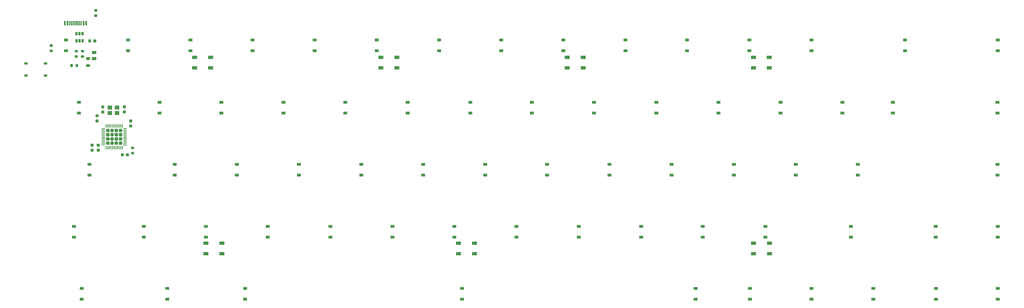
<source format=gbr>
G04 #@! TF.GenerationSoftware,KiCad,Pcbnew,(5.1.9-0-10_14)*
G04 #@! TF.CreationDate,2021-04-10T11:07:08+01:00*
G04 #@! TF.ProjectId,Draytronics-Elise-PCB V1,44726179-7472-46f6-9e69-63732d456c69,rev?*
G04 #@! TF.SameCoordinates,Original*
G04 #@! TF.FileFunction,Paste,Bot*
G04 #@! TF.FilePolarity,Positive*
%FSLAX46Y46*%
G04 Gerber Fmt 4.6, Leading zero omitted, Abs format (unit mm)*
G04 Created by KiCad (PCBNEW (5.1.9-0-10_14)) date 2021-04-10 11:07:08*
%MOMM*%
%LPD*%
G01*
G04 APERTURE LIST*
%ADD10R,1.000000X0.750000*%
%ADD11R,1.500000X1.000000*%
%ADD12R,0.600000X1.450000*%
%ADD13R,0.300000X1.450000*%
%ADD14R,1.400000X1.200000*%
%ADD15R,0.650000X1.060000*%
%ADD16R,1.200000X0.900000*%
G04 APERTURE END LIST*
G04 #@! TO.C,U1*
G36*
G01*
X55831800Y-65762001D02*
X55831800Y-65211999D01*
G75*
G02*
X56081799Y-64962000I249999J0D01*
G01*
X56631801Y-64962000D01*
G75*
G02*
X56881800Y-65211999I0J-249999D01*
G01*
X56881800Y-65762001D01*
G75*
G02*
X56631801Y-66012000I-249999J0D01*
G01*
X56081799Y-66012000D01*
G75*
G02*
X55831800Y-65762001I0J249999D01*
G01*
G37*
G36*
G01*
X55831800Y-67062001D02*
X55831800Y-66511999D01*
G75*
G02*
X56081799Y-66262000I249999J0D01*
G01*
X56631801Y-66262000D01*
G75*
G02*
X56881800Y-66511999I0J-249999D01*
G01*
X56881800Y-67062001D01*
G75*
G02*
X56631801Y-67312000I-249999J0D01*
G01*
X56081799Y-67312000D01*
G75*
G02*
X55831800Y-67062001I0J249999D01*
G01*
G37*
G36*
G01*
X55831800Y-68362001D02*
X55831800Y-67811999D01*
G75*
G02*
X56081799Y-67562000I249999J0D01*
G01*
X56631801Y-67562000D01*
G75*
G02*
X56881800Y-67811999I0J-249999D01*
G01*
X56881800Y-68362001D01*
G75*
G02*
X56631801Y-68612000I-249999J0D01*
G01*
X56081799Y-68612000D01*
G75*
G02*
X55831800Y-68362001I0J249999D01*
G01*
G37*
G36*
G01*
X55831800Y-69662001D02*
X55831800Y-69111999D01*
G75*
G02*
X56081799Y-68862000I249999J0D01*
G01*
X56631801Y-68862000D01*
G75*
G02*
X56881800Y-69111999I0J-249999D01*
G01*
X56881800Y-69662001D01*
G75*
G02*
X56631801Y-69912000I-249999J0D01*
G01*
X56081799Y-69912000D01*
G75*
G02*
X55831800Y-69662001I0J249999D01*
G01*
G37*
G36*
G01*
X54531800Y-65762001D02*
X54531800Y-65211999D01*
G75*
G02*
X54781799Y-64962000I249999J0D01*
G01*
X55331801Y-64962000D01*
G75*
G02*
X55581800Y-65211999I0J-249999D01*
G01*
X55581800Y-65762001D01*
G75*
G02*
X55331801Y-66012000I-249999J0D01*
G01*
X54781799Y-66012000D01*
G75*
G02*
X54531800Y-65762001I0J249999D01*
G01*
G37*
G36*
G01*
X54531800Y-67062001D02*
X54531800Y-66511999D01*
G75*
G02*
X54781799Y-66262000I249999J0D01*
G01*
X55331801Y-66262000D01*
G75*
G02*
X55581800Y-66511999I0J-249999D01*
G01*
X55581800Y-67062001D01*
G75*
G02*
X55331801Y-67312000I-249999J0D01*
G01*
X54781799Y-67312000D01*
G75*
G02*
X54531800Y-67062001I0J249999D01*
G01*
G37*
G36*
G01*
X54531800Y-68362001D02*
X54531800Y-67811999D01*
G75*
G02*
X54781799Y-67562000I249999J0D01*
G01*
X55331801Y-67562000D01*
G75*
G02*
X55581800Y-67811999I0J-249999D01*
G01*
X55581800Y-68362001D01*
G75*
G02*
X55331801Y-68612000I-249999J0D01*
G01*
X54781799Y-68612000D01*
G75*
G02*
X54531800Y-68362001I0J249999D01*
G01*
G37*
G36*
G01*
X54531800Y-69662001D02*
X54531800Y-69111999D01*
G75*
G02*
X54781799Y-68862000I249999J0D01*
G01*
X55331801Y-68862000D01*
G75*
G02*
X55581800Y-69111999I0J-249999D01*
G01*
X55581800Y-69662001D01*
G75*
G02*
X55331801Y-69912000I-249999J0D01*
G01*
X54781799Y-69912000D01*
G75*
G02*
X54531800Y-69662001I0J249999D01*
G01*
G37*
G36*
G01*
X53231800Y-65762001D02*
X53231800Y-65211999D01*
G75*
G02*
X53481799Y-64962000I249999J0D01*
G01*
X54031801Y-64962000D01*
G75*
G02*
X54281800Y-65211999I0J-249999D01*
G01*
X54281800Y-65762001D01*
G75*
G02*
X54031801Y-66012000I-249999J0D01*
G01*
X53481799Y-66012000D01*
G75*
G02*
X53231800Y-65762001I0J249999D01*
G01*
G37*
G36*
G01*
X53231800Y-67062001D02*
X53231800Y-66511999D01*
G75*
G02*
X53481799Y-66262000I249999J0D01*
G01*
X54031801Y-66262000D01*
G75*
G02*
X54281800Y-66511999I0J-249999D01*
G01*
X54281800Y-67062001D01*
G75*
G02*
X54031801Y-67312000I-249999J0D01*
G01*
X53481799Y-67312000D01*
G75*
G02*
X53231800Y-67062001I0J249999D01*
G01*
G37*
G36*
G01*
X53231800Y-68362001D02*
X53231800Y-67811999D01*
G75*
G02*
X53481799Y-67562000I249999J0D01*
G01*
X54031801Y-67562000D01*
G75*
G02*
X54281800Y-67811999I0J-249999D01*
G01*
X54281800Y-68362001D01*
G75*
G02*
X54031801Y-68612000I-249999J0D01*
G01*
X53481799Y-68612000D01*
G75*
G02*
X53231800Y-68362001I0J249999D01*
G01*
G37*
G36*
G01*
X53231800Y-69662001D02*
X53231800Y-69111999D01*
G75*
G02*
X53481799Y-68862000I249999J0D01*
G01*
X54031801Y-68862000D01*
G75*
G02*
X54281800Y-69111999I0J-249999D01*
G01*
X54281800Y-69662001D01*
G75*
G02*
X54031801Y-69912000I-249999J0D01*
G01*
X53481799Y-69912000D01*
G75*
G02*
X53231800Y-69662001I0J249999D01*
G01*
G37*
G36*
G01*
X51931800Y-65762001D02*
X51931800Y-65211999D01*
G75*
G02*
X52181799Y-64962000I249999J0D01*
G01*
X52731801Y-64962000D01*
G75*
G02*
X52981800Y-65211999I0J-249999D01*
G01*
X52981800Y-65762001D01*
G75*
G02*
X52731801Y-66012000I-249999J0D01*
G01*
X52181799Y-66012000D01*
G75*
G02*
X51931800Y-65762001I0J249999D01*
G01*
G37*
G36*
G01*
X51931800Y-67062001D02*
X51931800Y-66511999D01*
G75*
G02*
X52181799Y-66262000I249999J0D01*
G01*
X52731801Y-66262000D01*
G75*
G02*
X52981800Y-66511999I0J-249999D01*
G01*
X52981800Y-67062001D01*
G75*
G02*
X52731801Y-67312000I-249999J0D01*
G01*
X52181799Y-67312000D01*
G75*
G02*
X51931800Y-67062001I0J249999D01*
G01*
G37*
G36*
G01*
X51931800Y-68362001D02*
X51931800Y-67811999D01*
G75*
G02*
X52181799Y-67562000I249999J0D01*
G01*
X52731801Y-67562000D01*
G75*
G02*
X52981800Y-67811999I0J-249999D01*
G01*
X52981800Y-68362001D01*
G75*
G02*
X52731801Y-68612000I-249999J0D01*
G01*
X52181799Y-68612000D01*
G75*
G02*
X51931800Y-68362001I0J249999D01*
G01*
G37*
G36*
G01*
X51931800Y-69662001D02*
X51931800Y-69111999D01*
G75*
G02*
X52181799Y-68862000I249999J0D01*
G01*
X52731801Y-68862000D01*
G75*
G02*
X52981800Y-69111999I0J-249999D01*
G01*
X52981800Y-69662001D01*
G75*
G02*
X52731801Y-69912000I-249999J0D01*
G01*
X52181799Y-69912000D01*
G75*
G02*
X51931800Y-69662001I0J249999D01*
G01*
G37*
G36*
G01*
X51781800Y-71249500D02*
X51781800Y-70299500D01*
G75*
G02*
X51844300Y-70237000I62500J0D01*
G01*
X51969300Y-70237000D01*
G75*
G02*
X52031800Y-70299500I0J-62500D01*
G01*
X52031800Y-71249500D01*
G75*
G02*
X51969300Y-71312000I-62500J0D01*
G01*
X51844300Y-71312000D01*
G75*
G02*
X51781800Y-71249500I0J62500D01*
G01*
G37*
G36*
G01*
X52281800Y-71249500D02*
X52281800Y-70299500D01*
G75*
G02*
X52344300Y-70237000I62500J0D01*
G01*
X52469300Y-70237000D01*
G75*
G02*
X52531800Y-70299500I0J-62500D01*
G01*
X52531800Y-71249500D01*
G75*
G02*
X52469300Y-71312000I-62500J0D01*
G01*
X52344300Y-71312000D01*
G75*
G02*
X52281800Y-71249500I0J62500D01*
G01*
G37*
G36*
G01*
X52781800Y-71249500D02*
X52781800Y-70299500D01*
G75*
G02*
X52844300Y-70237000I62500J0D01*
G01*
X52969300Y-70237000D01*
G75*
G02*
X53031800Y-70299500I0J-62500D01*
G01*
X53031800Y-71249500D01*
G75*
G02*
X52969300Y-71312000I-62500J0D01*
G01*
X52844300Y-71312000D01*
G75*
G02*
X52781800Y-71249500I0J62500D01*
G01*
G37*
G36*
G01*
X53281800Y-71249500D02*
X53281800Y-70299500D01*
G75*
G02*
X53344300Y-70237000I62500J0D01*
G01*
X53469300Y-70237000D01*
G75*
G02*
X53531800Y-70299500I0J-62500D01*
G01*
X53531800Y-71249500D01*
G75*
G02*
X53469300Y-71312000I-62500J0D01*
G01*
X53344300Y-71312000D01*
G75*
G02*
X53281800Y-71249500I0J62500D01*
G01*
G37*
G36*
G01*
X53781800Y-71249500D02*
X53781800Y-70299500D01*
G75*
G02*
X53844300Y-70237000I62500J0D01*
G01*
X53969300Y-70237000D01*
G75*
G02*
X54031800Y-70299500I0J-62500D01*
G01*
X54031800Y-71249500D01*
G75*
G02*
X53969300Y-71312000I-62500J0D01*
G01*
X53844300Y-71312000D01*
G75*
G02*
X53781800Y-71249500I0J62500D01*
G01*
G37*
G36*
G01*
X54281800Y-71249500D02*
X54281800Y-70299500D01*
G75*
G02*
X54344300Y-70237000I62500J0D01*
G01*
X54469300Y-70237000D01*
G75*
G02*
X54531800Y-70299500I0J-62500D01*
G01*
X54531800Y-71249500D01*
G75*
G02*
X54469300Y-71312000I-62500J0D01*
G01*
X54344300Y-71312000D01*
G75*
G02*
X54281800Y-71249500I0J62500D01*
G01*
G37*
G36*
G01*
X54781800Y-71249500D02*
X54781800Y-70299500D01*
G75*
G02*
X54844300Y-70237000I62500J0D01*
G01*
X54969300Y-70237000D01*
G75*
G02*
X55031800Y-70299500I0J-62500D01*
G01*
X55031800Y-71249500D01*
G75*
G02*
X54969300Y-71312000I-62500J0D01*
G01*
X54844300Y-71312000D01*
G75*
G02*
X54781800Y-71249500I0J62500D01*
G01*
G37*
G36*
G01*
X55281800Y-71249500D02*
X55281800Y-70299500D01*
G75*
G02*
X55344300Y-70237000I62500J0D01*
G01*
X55469300Y-70237000D01*
G75*
G02*
X55531800Y-70299500I0J-62500D01*
G01*
X55531800Y-71249500D01*
G75*
G02*
X55469300Y-71312000I-62500J0D01*
G01*
X55344300Y-71312000D01*
G75*
G02*
X55281800Y-71249500I0J62500D01*
G01*
G37*
G36*
G01*
X55781800Y-71249500D02*
X55781800Y-70299500D01*
G75*
G02*
X55844300Y-70237000I62500J0D01*
G01*
X55969300Y-70237000D01*
G75*
G02*
X56031800Y-70299500I0J-62500D01*
G01*
X56031800Y-71249500D01*
G75*
G02*
X55969300Y-71312000I-62500J0D01*
G01*
X55844300Y-71312000D01*
G75*
G02*
X55781800Y-71249500I0J62500D01*
G01*
G37*
G36*
G01*
X56281800Y-71249500D02*
X56281800Y-70299500D01*
G75*
G02*
X56344300Y-70237000I62500J0D01*
G01*
X56469300Y-70237000D01*
G75*
G02*
X56531800Y-70299500I0J-62500D01*
G01*
X56531800Y-71249500D01*
G75*
G02*
X56469300Y-71312000I-62500J0D01*
G01*
X56344300Y-71312000D01*
G75*
G02*
X56281800Y-71249500I0J62500D01*
G01*
G37*
G36*
G01*
X56781800Y-71249500D02*
X56781800Y-70299500D01*
G75*
G02*
X56844300Y-70237000I62500J0D01*
G01*
X56969300Y-70237000D01*
G75*
G02*
X57031800Y-70299500I0J-62500D01*
G01*
X57031800Y-71249500D01*
G75*
G02*
X56969300Y-71312000I-62500J0D01*
G01*
X56844300Y-71312000D01*
G75*
G02*
X56781800Y-71249500I0J62500D01*
G01*
G37*
G36*
G01*
X57206800Y-69999500D02*
X57206800Y-69874500D01*
G75*
G02*
X57269300Y-69812000I62500J0D01*
G01*
X58219300Y-69812000D01*
G75*
G02*
X58281800Y-69874500I0J-62500D01*
G01*
X58281800Y-69999500D01*
G75*
G02*
X58219300Y-70062000I-62500J0D01*
G01*
X57269300Y-70062000D01*
G75*
G02*
X57206800Y-69999500I0J62500D01*
G01*
G37*
G36*
G01*
X57206800Y-69499500D02*
X57206800Y-69374500D01*
G75*
G02*
X57269300Y-69312000I62500J0D01*
G01*
X58219300Y-69312000D01*
G75*
G02*
X58281800Y-69374500I0J-62500D01*
G01*
X58281800Y-69499500D01*
G75*
G02*
X58219300Y-69562000I-62500J0D01*
G01*
X57269300Y-69562000D01*
G75*
G02*
X57206800Y-69499500I0J62500D01*
G01*
G37*
G36*
G01*
X57206800Y-68999500D02*
X57206800Y-68874500D01*
G75*
G02*
X57269300Y-68812000I62500J0D01*
G01*
X58219300Y-68812000D01*
G75*
G02*
X58281800Y-68874500I0J-62500D01*
G01*
X58281800Y-68999500D01*
G75*
G02*
X58219300Y-69062000I-62500J0D01*
G01*
X57269300Y-69062000D01*
G75*
G02*
X57206800Y-68999500I0J62500D01*
G01*
G37*
G36*
G01*
X57206800Y-68499500D02*
X57206800Y-68374500D01*
G75*
G02*
X57269300Y-68312000I62500J0D01*
G01*
X58219300Y-68312000D01*
G75*
G02*
X58281800Y-68374500I0J-62500D01*
G01*
X58281800Y-68499500D01*
G75*
G02*
X58219300Y-68562000I-62500J0D01*
G01*
X57269300Y-68562000D01*
G75*
G02*
X57206800Y-68499500I0J62500D01*
G01*
G37*
G36*
G01*
X57206800Y-67999500D02*
X57206800Y-67874500D01*
G75*
G02*
X57269300Y-67812000I62500J0D01*
G01*
X58219300Y-67812000D01*
G75*
G02*
X58281800Y-67874500I0J-62500D01*
G01*
X58281800Y-67999500D01*
G75*
G02*
X58219300Y-68062000I-62500J0D01*
G01*
X57269300Y-68062000D01*
G75*
G02*
X57206800Y-67999500I0J62500D01*
G01*
G37*
G36*
G01*
X57206800Y-67499500D02*
X57206800Y-67374500D01*
G75*
G02*
X57269300Y-67312000I62500J0D01*
G01*
X58219300Y-67312000D01*
G75*
G02*
X58281800Y-67374500I0J-62500D01*
G01*
X58281800Y-67499500D01*
G75*
G02*
X58219300Y-67562000I-62500J0D01*
G01*
X57269300Y-67562000D01*
G75*
G02*
X57206800Y-67499500I0J62500D01*
G01*
G37*
G36*
G01*
X57206800Y-66999500D02*
X57206800Y-66874500D01*
G75*
G02*
X57269300Y-66812000I62500J0D01*
G01*
X58219300Y-66812000D01*
G75*
G02*
X58281800Y-66874500I0J-62500D01*
G01*
X58281800Y-66999500D01*
G75*
G02*
X58219300Y-67062000I-62500J0D01*
G01*
X57269300Y-67062000D01*
G75*
G02*
X57206800Y-66999500I0J62500D01*
G01*
G37*
G36*
G01*
X57206800Y-66499500D02*
X57206800Y-66374500D01*
G75*
G02*
X57269300Y-66312000I62500J0D01*
G01*
X58219300Y-66312000D01*
G75*
G02*
X58281800Y-66374500I0J-62500D01*
G01*
X58281800Y-66499500D01*
G75*
G02*
X58219300Y-66562000I-62500J0D01*
G01*
X57269300Y-66562000D01*
G75*
G02*
X57206800Y-66499500I0J62500D01*
G01*
G37*
G36*
G01*
X57206800Y-65999500D02*
X57206800Y-65874500D01*
G75*
G02*
X57269300Y-65812000I62500J0D01*
G01*
X58219300Y-65812000D01*
G75*
G02*
X58281800Y-65874500I0J-62500D01*
G01*
X58281800Y-65999500D01*
G75*
G02*
X58219300Y-66062000I-62500J0D01*
G01*
X57269300Y-66062000D01*
G75*
G02*
X57206800Y-65999500I0J62500D01*
G01*
G37*
G36*
G01*
X57206800Y-65499500D02*
X57206800Y-65374500D01*
G75*
G02*
X57269300Y-65312000I62500J0D01*
G01*
X58219300Y-65312000D01*
G75*
G02*
X58281800Y-65374500I0J-62500D01*
G01*
X58281800Y-65499500D01*
G75*
G02*
X58219300Y-65562000I-62500J0D01*
G01*
X57269300Y-65562000D01*
G75*
G02*
X57206800Y-65499500I0J62500D01*
G01*
G37*
G36*
G01*
X57206800Y-64999500D02*
X57206800Y-64874500D01*
G75*
G02*
X57269300Y-64812000I62500J0D01*
G01*
X58219300Y-64812000D01*
G75*
G02*
X58281800Y-64874500I0J-62500D01*
G01*
X58281800Y-64999500D01*
G75*
G02*
X58219300Y-65062000I-62500J0D01*
G01*
X57269300Y-65062000D01*
G75*
G02*
X57206800Y-64999500I0J62500D01*
G01*
G37*
G36*
G01*
X56781800Y-64574500D02*
X56781800Y-63624500D01*
G75*
G02*
X56844300Y-63562000I62500J0D01*
G01*
X56969300Y-63562000D01*
G75*
G02*
X57031800Y-63624500I0J-62500D01*
G01*
X57031800Y-64574500D01*
G75*
G02*
X56969300Y-64637000I-62500J0D01*
G01*
X56844300Y-64637000D01*
G75*
G02*
X56781800Y-64574500I0J62500D01*
G01*
G37*
G36*
G01*
X56281800Y-64574500D02*
X56281800Y-63624500D01*
G75*
G02*
X56344300Y-63562000I62500J0D01*
G01*
X56469300Y-63562000D01*
G75*
G02*
X56531800Y-63624500I0J-62500D01*
G01*
X56531800Y-64574500D01*
G75*
G02*
X56469300Y-64637000I-62500J0D01*
G01*
X56344300Y-64637000D01*
G75*
G02*
X56281800Y-64574500I0J62500D01*
G01*
G37*
G36*
G01*
X55781800Y-64574500D02*
X55781800Y-63624500D01*
G75*
G02*
X55844300Y-63562000I62500J0D01*
G01*
X55969300Y-63562000D01*
G75*
G02*
X56031800Y-63624500I0J-62500D01*
G01*
X56031800Y-64574500D01*
G75*
G02*
X55969300Y-64637000I-62500J0D01*
G01*
X55844300Y-64637000D01*
G75*
G02*
X55781800Y-64574500I0J62500D01*
G01*
G37*
G36*
G01*
X55281800Y-64574500D02*
X55281800Y-63624500D01*
G75*
G02*
X55344300Y-63562000I62500J0D01*
G01*
X55469300Y-63562000D01*
G75*
G02*
X55531800Y-63624500I0J-62500D01*
G01*
X55531800Y-64574500D01*
G75*
G02*
X55469300Y-64637000I-62500J0D01*
G01*
X55344300Y-64637000D01*
G75*
G02*
X55281800Y-64574500I0J62500D01*
G01*
G37*
G36*
G01*
X54781800Y-64574500D02*
X54781800Y-63624500D01*
G75*
G02*
X54844300Y-63562000I62500J0D01*
G01*
X54969300Y-63562000D01*
G75*
G02*
X55031800Y-63624500I0J-62500D01*
G01*
X55031800Y-64574500D01*
G75*
G02*
X54969300Y-64637000I-62500J0D01*
G01*
X54844300Y-64637000D01*
G75*
G02*
X54781800Y-64574500I0J62500D01*
G01*
G37*
G36*
G01*
X54281800Y-64574500D02*
X54281800Y-63624500D01*
G75*
G02*
X54344300Y-63562000I62500J0D01*
G01*
X54469300Y-63562000D01*
G75*
G02*
X54531800Y-63624500I0J-62500D01*
G01*
X54531800Y-64574500D01*
G75*
G02*
X54469300Y-64637000I-62500J0D01*
G01*
X54344300Y-64637000D01*
G75*
G02*
X54281800Y-64574500I0J62500D01*
G01*
G37*
G36*
G01*
X53781800Y-64574500D02*
X53781800Y-63624500D01*
G75*
G02*
X53844300Y-63562000I62500J0D01*
G01*
X53969300Y-63562000D01*
G75*
G02*
X54031800Y-63624500I0J-62500D01*
G01*
X54031800Y-64574500D01*
G75*
G02*
X53969300Y-64637000I-62500J0D01*
G01*
X53844300Y-64637000D01*
G75*
G02*
X53781800Y-64574500I0J62500D01*
G01*
G37*
G36*
G01*
X53281800Y-64574500D02*
X53281800Y-63624500D01*
G75*
G02*
X53344300Y-63562000I62500J0D01*
G01*
X53469300Y-63562000D01*
G75*
G02*
X53531800Y-63624500I0J-62500D01*
G01*
X53531800Y-64574500D01*
G75*
G02*
X53469300Y-64637000I-62500J0D01*
G01*
X53344300Y-64637000D01*
G75*
G02*
X53281800Y-64574500I0J62500D01*
G01*
G37*
G36*
G01*
X52781800Y-64574500D02*
X52781800Y-63624500D01*
G75*
G02*
X52844300Y-63562000I62500J0D01*
G01*
X52969300Y-63562000D01*
G75*
G02*
X53031800Y-63624500I0J-62500D01*
G01*
X53031800Y-64574500D01*
G75*
G02*
X52969300Y-64637000I-62500J0D01*
G01*
X52844300Y-64637000D01*
G75*
G02*
X52781800Y-64574500I0J62500D01*
G01*
G37*
G36*
G01*
X52281800Y-64574500D02*
X52281800Y-63624500D01*
G75*
G02*
X52344300Y-63562000I62500J0D01*
G01*
X52469300Y-63562000D01*
G75*
G02*
X52531800Y-63624500I0J-62500D01*
G01*
X52531800Y-64574500D01*
G75*
G02*
X52469300Y-64637000I-62500J0D01*
G01*
X52344300Y-64637000D01*
G75*
G02*
X52281800Y-64574500I0J62500D01*
G01*
G37*
G36*
G01*
X51781800Y-64574500D02*
X51781800Y-63624500D01*
G75*
G02*
X51844300Y-63562000I62500J0D01*
G01*
X51969300Y-63562000D01*
G75*
G02*
X52031800Y-63624500I0J-62500D01*
G01*
X52031800Y-64574500D01*
G75*
G02*
X51969300Y-64637000I-62500J0D01*
G01*
X51844300Y-64637000D01*
G75*
G02*
X51781800Y-64574500I0J62500D01*
G01*
G37*
G36*
G01*
X50531800Y-64999500D02*
X50531800Y-64874500D01*
G75*
G02*
X50594300Y-64812000I62500J0D01*
G01*
X51544300Y-64812000D01*
G75*
G02*
X51606800Y-64874500I0J-62500D01*
G01*
X51606800Y-64999500D01*
G75*
G02*
X51544300Y-65062000I-62500J0D01*
G01*
X50594300Y-65062000D01*
G75*
G02*
X50531800Y-64999500I0J62500D01*
G01*
G37*
G36*
G01*
X50531800Y-65499500D02*
X50531800Y-65374500D01*
G75*
G02*
X50594300Y-65312000I62500J0D01*
G01*
X51544300Y-65312000D01*
G75*
G02*
X51606800Y-65374500I0J-62500D01*
G01*
X51606800Y-65499500D01*
G75*
G02*
X51544300Y-65562000I-62500J0D01*
G01*
X50594300Y-65562000D01*
G75*
G02*
X50531800Y-65499500I0J62500D01*
G01*
G37*
G36*
G01*
X50531800Y-65999500D02*
X50531800Y-65874500D01*
G75*
G02*
X50594300Y-65812000I62500J0D01*
G01*
X51544300Y-65812000D01*
G75*
G02*
X51606800Y-65874500I0J-62500D01*
G01*
X51606800Y-65999500D01*
G75*
G02*
X51544300Y-66062000I-62500J0D01*
G01*
X50594300Y-66062000D01*
G75*
G02*
X50531800Y-65999500I0J62500D01*
G01*
G37*
G36*
G01*
X50531800Y-66499500D02*
X50531800Y-66374500D01*
G75*
G02*
X50594300Y-66312000I62500J0D01*
G01*
X51544300Y-66312000D01*
G75*
G02*
X51606800Y-66374500I0J-62500D01*
G01*
X51606800Y-66499500D01*
G75*
G02*
X51544300Y-66562000I-62500J0D01*
G01*
X50594300Y-66562000D01*
G75*
G02*
X50531800Y-66499500I0J62500D01*
G01*
G37*
G36*
G01*
X50531800Y-66999500D02*
X50531800Y-66874500D01*
G75*
G02*
X50594300Y-66812000I62500J0D01*
G01*
X51544300Y-66812000D01*
G75*
G02*
X51606800Y-66874500I0J-62500D01*
G01*
X51606800Y-66999500D01*
G75*
G02*
X51544300Y-67062000I-62500J0D01*
G01*
X50594300Y-67062000D01*
G75*
G02*
X50531800Y-66999500I0J62500D01*
G01*
G37*
G36*
G01*
X50531800Y-67499500D02*
X50531800Y-67374500D01*
G75*
G02*
X50594300Y-67312000I62500J0D01*
G01*
X51544300Y-67312000D01*
G75*
G02*
X51606800Y-67374500I0J-62500D01*
G01*
X51606800Y-67499500D01*
G75*
G02*
X51544300Y-67562000I-62500J0D01*
G01*
X50594300Y-67562000D01*
G75*
G02*
X50531800Y-67499500I0J62500D01*
G01*
G37*
G36*
G01*
X50531800Y-67999500D02*
X50531800Y-67874500D01*
G75*
G02*
X50594300Y-67812000I62500J0D01*
G01*
X51544300Y-67812000D01*
G75*
G02*
X51606800Y-67874500I0J-62500D01*
G01*
X51606800Y-67999500D01*
G75*
G02*
X51544300Y-68062000I-62500J0D01*
G01*
X50594300Y-68062000D01*
G75*
G02*
X50531800Y-67999500I0J62500D01*
G01*
G37*
G36*
G01*
X50531800Y-68499500D02*
X50531800Y-68374500D01*
G75*
G02*
X50594300Y-68312000I62500J0D01*
G01*
X51544300Y-68312000D01*
G75*
G02*
X51606800Y-68374500I0J-62500D01*
G01*
X51606800Y-68499500D01*
G75*
G02*
X51544300Y-68562000I-62500J0D01*
G01*
X50594300Y-68562000D01*
G75*
G02*
X50531800Y-68499500I0J62500D01*
G01*
G37*
G36*
G01*
X50531800Y-68999500D02*
X50531800Y-68874500D01*
G75*
G02*
X50594300Y-68812000I62500J0D01*
G01*
X51544300Y-68812000D01*
G75*
G02*
X51606800Y-68874500I0J-62500D01*
G01*
X51606800Y-68999500D01*
G75*
G02*
X51544300Y-69062000I-62500J0D01*
G01*
X50594300Y-69062000D01*
G75*
G02*
X50531800Y-68999500I0J62500D01*
G01*
G37*
G36*
G01*
X50531800Y-69499500D02*
X50531800Y-69374500D01*
G75*
G02*
X50594300Y-69312000I62500J0D01*
G01*
X51544300Y-69312000D01*
G75*
G02*
X51606800Y-69374500I0J-62500D01*
G01*
X51606800Y-69499500D01*
G75*
G02*
X51544300Y-69562000I-62500J0D01*
G01*
X50594300Y-69562000D01*
G75*
G02*
X50531800Y-69499500I0J62500D01*
G01*
G37*
G36*
G01*
X50531800Y-69999500D02*
X50531800Y-69874500D01*
G75*
G02*
X50594300Y-69812000I62500J0D01*
G01*
X51544300Y-69812000D01*
G75*
G02*
X51606800Y-69874500I0J-62500D01*
G01*
X51606800Y-69999500D01*
G75*
G02*
X51544300Y-70062000I-62500J0D01*
G01*
X50594300Y-70062000D01*
G75*
G02*
X50531800Y-69999500I0J62500D01*
G01*
G37*
G04 #@! TD*
D10*
G04 #@! TO.C,SW1*
X33363160Y-48677040D03*
X27363160Y-48677040D03*
X27363160Y-44927040D03*
X33363160Y-44927040D03*
G04 #@! TD*
G04 #@! TO.C,R6*
G36*
G01*
X41713600Y-45292600D02*
X41713600Y-45842600D01*
G75*
G02*
X41513600Y-46042600I-200000J0D01*
G01*
X41113600Y-46042600D01*
G75*
G02*
X40913600Y-45842600I0J200000D01*
G01*
X40913600Y-45292600D01*
G75*
G02*
X41113600Y-45092600I200000J0D01*
G01*
X41513600Y-45092600D01*
G75*
G02*
X41713600Y-45292600I0J-200000D01*
G01*
G37*
G36*
G01*
X43363600Y-45292600D02*
X43363600Y-45842600D01*
G75*
G02*
X43163600Y-46042600I-200000J0D01*
G01*
X42763600Y-46042600D01*
G75*
G02*
X42563600Y-45842600I0J200000D01*
G01*
X42563600Y-45292600D01*
G75*
G02*
X42763600Y-45092600I200000J0D01*
G01*
X43163600Y-45092600D01*
G75*
G02*
X43363600Y-45292600I0J-200000D01*
G01*
G37*
G04 #@! TD*
D11*
G04 #@! TO.C,D76*
X82513000Y-103347320D03*
X82513000Y-100147320D03*
X87413000Y-103347320D03*
X87413000Y-100147320D03*
G04 #@! TD*
G04 #@! TO.C,D75*
X160049040Y-103347320D03*
X160049040Y-100147320D03*
X164949040Y-103347320D03*
X164949040Y-100147320D03*
G04 #@! TD*
G04 #@! TO.C,D74*
X250518760Y-103347320D03*
X250518760Y-100147320D03*
X255418760Y-103347320D03*
X255418760Y-100147320D03*
G04 #@! TD*
G04 #@! TO.C,D73*
X250483200Y-46283680D03*
X250483200Y-43083680D03*
X255383200Y-46283680D03*
X255383200Y-43083680D03*
G04 #@! TD*
G04 #@! TO.C,D72*
X193345900Y-46283680D03*
X193345900Y-43083680D03*
X198245900Y-46283680D03*
X198245900Y-43083680D03*
G04 #@! TD*
G04 #@! TO.C,D71*
X136195900Y-46283680D03*
X136195900Y-43083680D03*
X141095900Y-46283680D03*
X141095900Y-43083680D03*
G04 #@! TD*
G04 #@! TO.C,D70*
X79063680Y-46283680D03*
X79063680Y-43083680D03*
X83963680Y-46283680D03*
X83963680Y-43083680D03*
G04 #@! TD*
D12*
G04 #@! TO.C,USB1*
X45769800Y-32545600D03*
X39319800Y-32545600D03*
X44994800Y-32545600D03*
X40094800Y-32545600D03*
D13*
X40794800Y-32545600D03*
X44294800Y-32545600D03*
X41294800Y-32545600D03*
X43794800Y-32545600D03*
X41794800Y-32545600D03*
X43294800Y-32545600D03*
X42794800Y-32545600D03*
X42294800Y-32545600D03*
G04 #@! TD*
D14*
G04 #@! TO.C,Y1*
X55301060Y-58425980D03*
X53101060Y-58425980D03*
X53101060Y-60125980D03*
X55301060Y-60125980D03*
G04 #@! TD*
D15*
G04 #@! TO.C,U2*
X43743880Y-37980800D03*
X42793880Y-37980800D03*
X44693880Y-37980800D03*
X44693880Y-35780800D03*
X43743880Y-35780800D03*
X42793880Y-35780800D03*
G04 #@! TD*
G04 #@! TO.C,R5*
G36*
G01*
X48480300Y-29858520D02*
X49030300Y-29858520D01*
G75*
G02*
X49230300Y-30058520I0J-200000D01*
G01*
X49230300Y-30458520D01*
G75*
G02*
X49030300Y-30658520I-200000J0D01*
G01*
X48480300Y-30658520D01*
G75*
G02*
X48280300Y-30458520I0J200000D01*
G01*
X48280300Y-30058520D01*
G75*
G02*
X48480300Y-29858520I200000J0D01*
G01*
G37*
G36*
G01*
X48480300Y-28208520D02*
X49030300Y-28208520D01*
G75*
G02*
X49230300Y-28408520I0J-200000D01*
G01*
X49230300Y-28808520D01*
G75*
G02*
X49030300Y-29008520I-200000J0D01*
G01*
X48480300Y-29008520D01*
G75*
G02*
X48280300Y-28808520I0J200000D01*
G01*
X48280300Y-28408520D01*
G75*
G02*
X48480300Y-28208520I200000J0D01*
G01*
G37*
G04 #@! TD*
G04 #@! TO.C,R4*
G36*
G01*
X34817640Y-40640820D02*
X35367640Y-40640820D01*
G75*
G02*
X35567640Y-40840820I0J-200000D01*
G01*
X35567640Y-41240820D01*
G75*
G02*
X35367640Y-41440820I-200000J0D01*
G01*
X34817640Y-41440820D01*
G75*
G02*
X34617640Y-41240820I0J200000D01*
G01*
X34617640Y-40840820D01*
G75*
G02*
X34817640Y-40640820I200000J0D01*
G01*
G37*
G36*
G01*
X34817640Y-38990820D02*
X35367640Y-38990820D01*
G75*
G02*
X35567640Y-39190820I0J-200000D01*
G01*
X35567640Y-39590820D01*
G75*
G02*
X35367640Y-39790820I-200000J0D01*
G01*
X34817640Y-39790820D01*
G75*
G02*
X34617640Y-39590820I0J200000D01*
G01*
X34617640Y-39190820D01*
G75*
G02*
X34817640Y-38990820I200000J0D01*
G01*
G37*
G04 #@! TD*
G04 #@! TO.C,R3*
G36*
G01*
X44971380Y-41556120D02*
X44421380Y-41556120D01*
G75*
G02*
X44221380Y-41356120I0J200000D01*
G01*
X44221380Y-40956120D01*
G75*
G02*
X44421380Y-40756120I200000J0D01*
G01*
X44971380Y-40756120D01*
G75*
G02*
X45171380Y-40956120I0J-200000D01*
G01*
X45171380Y-41356120D01*
G75*
G02*
X44971380Y-41556120I-200000J0D01*
G01*
G37*
G36*
G01*
X44971380Y-43206120D02*
X44421380Y-43206120D01*
G75*
G02*
X44221380Y-43006120I0J200000D01*
G01*
X44221380Y-42606120D01*
G75*
G02*
X44421380Y-42406120I200000J0D01*
G01*
X44971380Y-42406120D01*
G75*
G02*
X45171380Y-42606120I0J-200000D01*
G01*
X45171380Y-43006120D01*
G75*
G02*
X44971380Y-43206120I-200000J0D01*
G01*
G37*
G04 #@! TD*
G04 #@! TO.C,R2*
G36*
G01*
X43071460Y-41551040D02*
X42521460Y-41551040D01*
G75*
G02*
X42321460Y-41351040I0J200000D01*
G01*
X42321460Y-40951040D01*
G75*
G02*
X42521460Y-40751040I200000J0D01*
G01*
X43071460Y-40751040D01*
G75*
G02*
X43271460Y-40951040I0J-200000D01*
G01*
X43271460Y-41351040D01*
G75*
G02*
X43071460Y-41551040I-200000J0D01*
G01*
G37*
G36*
G01*
X43071460Y-43201040D02*
X42521460Y-43201040D01*
G75*
G02*
X42321460Y-43001040I0J200000D01*
G01*
X42321460Y-42601040D01*
G75*
G02*
X42521460Y-42401040I200000J0D01*
G01*
X43071460Y-42401040D01*
G75*
G02*
X43271460Y-42601040I0J-200000D01*
G01*
X43271460Y-43001040D01*
G75*
G02*
X43071460Y-43201040I-200000J0D01*
G01*
G37*
G04 #@! TD*
G04 #@! TO.C,R1*
G36*
G01*
X60358700Y-71241100D02*
X59808700Y-71241100D01*
G75*
G02*
X59608700Y-71041100I0J200000D01*
G01*
X59608700Y-70641100D01*
G75*
G02*
X59808700Y-70441100I200000J0D01*
G01*
X60358700Y-70441100D01*
G75*
G02*
X60558700Y-70641100I0J-200000D01*
G01*
X60558700Y-71041100D01*
G75*
G02*
X60358700Y-71241100I-200000J0D01*
G01*
G37*
G36*
G01*
X60358700Y-72891100D02*
X59808700Y-72891100D01*
G75*
G02*
X59608700Y-72691100I0J200000D01*
G01*
X59608700Y-72291100D01*
G75*
G02*
X59808700Y-72091100I200000J0D01*
G01*
X60358700Y-72091100D01*
G75*
G02*
X60558700Y-72291100I0J-200000D01*
G01*
X60558700Y-72691100D01*
G75*
G02*
X60358700Y-72891100I-200000J0D01*
G01*
G37*
G04 #@! TD*
G04 #@! TO.C,FB1*
G36*
G01*
X45999150Y-45125800D02*
X46761650Y-45125800D01*
G75*
G02*
X46980400Y-45344550I0J-218750D01*
G01*
X46980400Y-45782050D01*
G75*
G02*
X46761650Y-46000800I-218750J0D01*
G01*
X45999150Y-46000800D01*
G75*
G02*
X45780400Y-45782050I0J218750D01*
G01*
X45780400Y-45344550D01*
G75*
G02*
X45999150Y-45125800I218750J0D01*
G01*
G37*
G36*
G01*
X45999150Y-43000800D02*
X46761650Y-43000800D01*
G75*
G02*
X46980400Y-43219550I0J-218750D01*
G01*
X46980400Y-43657050D01*
G75*
G02*
X46761650Y-43875800I-218750J0D01*
G01*
X45999150Y-43875800D01*
G75*
G02*
X45780400Y-43657050I0J218750D01*
G01*
X45780400Y-43219550D01*
G75*
G02*
X45999150Y-43000800I218750J0D01*
G01*
G37*
G04 #@! TD*
G04 #@! TO.C,F1*
G36*
G01*
X47778350Y-42944200D02*
X48690850Y-42944200D01*
G75*
G02*
X48934600Y-43187950I0J-243750D01*
G01*
X48934600Y-43675450D01*
G75*
G02*
X48690850Y-43919200I-243750J0D01*
G01*
X47778350Y-43919200D01*
G75*
G02*
X47534600Y-43675450I0J243750D01*
G01*
X47534600Y-43187950D01*
G75*
G02*
X47778350Y-42944200I243750J0D01*
G01*
G37*
G36*
G01*
X47778350Y-41069200D02*
X48690850Y-41069200D01*
G75*
G02*
X48934600Y-41312950I0J-243750D01*
G01*
X48934600Y-41800450D01*
G75*
G02*
X48690850Y-42044200I-243750J0D01*
G01*
X47778350Y-42044200D01*
G75*
G02*
X47534600Y-41800450I0J243750D01*
G01*
X47534600Y-41312950D01*
G75*
G02*
X47778350Y-41069200I243750J0D01*
G01*
G37*
G04 #@! TD*
G04 #@! TO.C,C8*
G36*
G01*
X47998260Y-38243320D02*
X47998260Y-37743320D01*
G75*
G02*
X48223260Y-37518320I225000J0D01*
G01*
X48673260Y-37518320D01*
G75*
G02*
X48898260Y-37743320I0J-225000D01*
G01*
X48898260Y-38243320D01*
G75*
G02*
X48673260Y-38468320I-225000J0D01*
G01*
X48223260Y-38468320D01*
G75*
G02*
X47998260Y-38243320I0J225000D01*
G01*
G37*
G36*
G01*
X46448260Y-38243320D02*
X46448260Y-37743320D01*
G75*
G02*
X46673260Y-37518320I225000J0D01*
G01*
X47123260Y-37518320D01*
G75*
G02*
X47348260Y-37743320I0J-225000D01*
G01*
X47348260Y-38243320D01*
G75*
G02*
X47123260Y-38468320I-225000J0D01*
G01*
X46673260Y-38468320D01*
G75*
G02*
X46448260Y-38243320I0J225000D01*
G01*
G37*
G04 #@! TD*
G04 #@! TO.C,C7*
G36*
G01*
X47400400Y-71114800D02*
X47900400Y-71114800D01*
G75*
G02*
X48125400Y-71339800I0J-225000D01*
G01*
X48125400Y-71789800D01*
G75*
G02*
X47900400Y-72014800I-225000J0D01*
G01*
X47400400Y-72014800D01*
G75*
G02*
X47175400Y-71789800I0J225000D01*
G01*
X47175400Y-71339800D01*
G75*
G02*
X47400400Y-71114800I225000J0D01*
G01*
G37*
G36*
G01*
X47400400Y-69564800D02*
X47900400Y-69564800D01*
G75*
G02*
X48125400Y-69789800I0J-225000D01*
G01*
X48125400Y-70239800D01*
G75*
G02*
X47900400Y-70464800I-225000J0D01*
G01*
X47400400Y-70464800D01*
G75*
G02*
X47175400Y-70239800I0J225000D01*
G01*
X47175400Y-69789800D01*
G75*
G02*
X47400400Y-69564800I225000J0D01*
G01*
G37*
G04 #@! TD*
G04 #@! TO.C,C6*
G36*
G01*
X57291160Y-59372380D02*
X57791160Y-59372380D01*
G75*
G02*
X58016160Y-59597380I0J-225000D01*
G01*
X58016160Y-60047380D01*
G75*
G02*
X57791160Y-60272380I-225000J0D01*
G01*
X57291160Y-60272380D01*
G75*
G02*
X57066160Y-60047380I0J225000D01*
G01*
X57066160Y-59597380D01*
G75*
G02*
X57291160Y-59372380I225000J0D01*
G01*
G37*
G36*
G01*
X57291160Y-57822380D02*
X57791160Y-57822380D01*
G75*
G02*
X58016160Y-58047380I0J-225000D01*
G01*
X58016160Y-58497380D01*
G75*
G02*
X57791160Y-58722380I-225000J0D01*
G01*
X57291160Y-58722380D01*
G75*
G02*
X57066160Y-58497380I0J225000D01*
G01*
X57066160Y-58047380D01*
G75*
G02*
X57291160Y-57822380I225000J0D01*
G01*
G37*
G04 #@! TD*
G04 #@! TO.C,C5*
G36*
G01*
X51143980Y-58737620D02*
X50643980Y-58737620D01*
G75*
G02*
X50418980Y-58512620I0J225000D01*
G01*
X50418980Y-58062620D01*
G75*
G02*
X50643980Y-57837620I225000J0D01*
G01*
X51143980Y-57837620D01*
G75*
G02*
X51368980Y-58062620I0J-225000D01*
G01*
X51368980Y-58512620D01*
G75*
G02*
X51143980Y-58737620I-225000J0D01*
G01*
G37*
G36*
G01*
X51143980Y-60287620D02*
X50643980Y-60287620D01*
G75*
G02*
X50418980Y-60062620I0J225000D01*
G01*
X50418980Y-59612620D01*
G75*
G02*
X50643980Y-59387620I225000J0D01*
G01*
X51143980Y-59387620D01*
G75*
G02*
X51368980Y-59612620I0J-225000D01*
G01*
X51368980Y-60062620D01*
G75*
G02*
X51143980Y-60287620I-225000J0D01*
G01*
G37*
G04 #@! TD*
G04 #@! TO.C,C4*
G36*
G01*
X57371100Y-72724200D02*
X57371100Y-73224200D01*
G75*
G02*
X57146100Y-73449200I-225000J0D01*
G01*
X56696100Y-73449200D01*
G75*
G02*
X56471100Y-73224200I0J225000D01*
G01*
X56471100Y-72724200D01*
G75*
G02*
X56696100Y-72499200I225000J0D01*
G01*
X57146100Y-72499200D01*
G75*
G02*
X57371100Y-72724200I0J-225000D01*
G01*
G37*
G36*
G01*
X58921100Y-72724200D02*
X58921100Y-73224200D01*
G75*
G02*
X58696100Y-73449200I-225000J0D01*
G01*
X58246100Y-73449200D01*
G75*
G02*
X58021100Y-73224200I0J225000D01*
G01*
X58021100Y-72724200D01*
G75*
G02*
X58246100Y-72499200I225000J0D01*
G01*
X58696100Y-72499200D01*
G75*
G02*
X58921100Y-72724200I0J-225000D01*
G01*
G37*
G04 #@! TD*
G04 #@! TO.C,C3*
G36*
G01*
X59711400Y-63035300D02*
X59211400Y-63035300D01*
G75*
G02*
X58986400Y-62810300I0J225000D01*
G01*
X58986400Y-62360300D01*
G75*
G02*
X59211400Y-62135300I225000J0D01*
G01*
X59711400Y-62135300D01*
G75*
G02*
X59936400Y-62360300I0J-225000D01*
G01*
X59936400Y-62810300D01*
G75*
G02*
X59711400Y-63035300I-225000J0D01*
G01*
G37*
G36*
G01*
X59711400Y-64585300D02*
X59211400Y-64585300D01*
G75*
G02*
X58986400Y-64360300I0J225000D01*
G01*
X58986400Y-63910300D01*
G75*
G02*
X59211400Y-63685300I225000J0D01*
G01*
X59711400Y-63685300D01*
G75*
G02*
X59936400Y-63910300I0J-225000D01*
G01*
X59936400Y-64360300D01*
G75*
G02*
X59711400Y-64585300I-225000J0D01*
G01*
G37*
G04 #@! TD*
G04 #@! TO.C,C2*
G36*
G01*
X49399000Y-61460500D02*
X48899000Y-61460500D01*
G75*
G02*
X48674000Y-61235500I0J225000D01*
G01*
X48674000Y-60785500D01*
G75*
G02*
X48899000Y-60560500I225000J0D01*
G01*
X49399000Y-60560500D01*
G75*
G02*
X49624000Y-60785500I0J-225000D01*
G01*
X49624000Y-61235500D01*
G75*
G02*
X49399000Y-61460500I-225000J0D01*
G01*
G37*
G36*
G01*
X49399000Y-63010500D02*
X48899000Y-63010500D01*
G75*
G02*
X48674000Y-62785500I0J225000D01*
G01*
X48674000Y-62335500D01*
G75*
G02*
X48899000Y-62110500I225000J0D01*
G01*
X49399000Y-62110500D01*
G75*
G02*
X49624000Y-62335500I0J-225000D01*
G01*
X49624000Y-62785500D01*
G75*
G02*
X49399000Y-63010500I-225000J0D01*
G01*
G37*
G04 #@! TD*
G04 #@! TO.C,C1*
G36*
G01*
X49267300Y-71102100D02*
X49767300Y-71102100D01*
G75*
G02*
X49992300Y-71327100I0J-225000D01*
G01*
X49992300Y-71777100D01*
G75*
G02*
X49767300Y-72002100I-225000J0D01*
G01*
X49267300Y-72002100D01*
G75*
G02*
X49042300Y-71777100I0J225000D01*
G01*
X49042300Y-71327100D01*
G75*
G02*
X49267300Y-71102100I225000J0D01*
G01*
G37*
G36*
G01*
X49267300Y-69552100D02*
X49767300Y-69552100D01*
G75*
G02*
X49992300Y-69777100I0J-225000D01*
G01*
X49992300Y-70227100D01*
G75*
G02*
X49767300Y-70452100I-225000J0D01*
G01*
X49267300Y-70452100D01*
G75*
G02*
X49042300Y-70227100I0J225000D01*
G01*
X49042300Y-69777100D01*
G75*
G02*
X49267300Y-69552100I225000J0D01*
G01*
G37*
G04 #@! TD*
D16*
G04 #@! TO.C,D69*
X325424800Y-114008900D03*
X325424800Y-117308900D03*
G04 #@! TD*
G04 #@! TO.C,D68*
X306463700Y-114008900D03*
X306463700Y-117308900D03*
G04 #@! TD*
G04 #@! TO.C,D67*
X287274000Y-114008900D03*
X287274000Y-117308900D03*
G04 #@! TD*
G04 #@! TO.C,D66*
X268287500Y-114008900D03*
X268287500Y-117308900D03*
G04 #@! TD*
G04 #@! TO.C,D65*
X249415300Y-114008900D03*
X249415300Y-117308900D03*
G04 #@! TD*
G04 #@! TO.C,D64*
X232778300Y-114008900D03*
X232778300Y-117308900D03*
G04 #@! TD*
G04 #@! TO.C,D63*
X161137600Y-114008900D03*
X161137600Y-117308900D03*
G04 #@! TD*
G04 #@! TO.C,D62*
X94589600Y-114008900D03*
X94589600Y-117308900D03*
G04 #@! TD*
G04 #@! TO.C,D61*
X70726300Y-114008900D03*
X70726300Y-117308900D03*
G04 #@! TD*
G04 #@! TO.C,D60*
X44475400Y-114008900D03*
X44475400Y-117308900D03*
G04 #@! TD*
G04 #@! TO.C,D59*
X325462900Y-94971600D03*
X325462900Y-98271600D03*
G04 #@! TD*
G04 #@! TO.C,D58*
X306438300Y-94971600D03*
X306438300Y-98271600D03*
G04 #@! TD*
G04 #@! TO.C,D57*
X280428700Y-94971600D03*
X280428700Y-98271600D03*
G04 #@! TD*
G04 #@! TO.C,D56*
X254127000Y-94971600D03*
X254127000Y-98271600D03*
G04 #@! TD*
G04 #@! TO.C,D55*
X234975400Y-94971600D03*
X234975400Y-98271600D03*
G04 #@! TD*
G04 #@! TO.C,D54*
X216052400Y-94971600D03*
X216052400Y-98271600D03*
G04 #@! TD*
G04 #@! TO.C,D53*
X196938900Y-94971600D03*
X196938900Y-98271600D03*
G04 #@! TD*
G04 #@! TO.C,D52*
X177761900Y-94971600D03*
X177761900Y-98271600D03*
G04 #@! TD*
G04 #@! TO.C,D51*
X158711900Y-94971600D03*
X158711900Y-98271600D03*
G04 #@! TD*
G04 #@! TO.C,D50*
X139788900Y-94971600D03*
X139788900Y-98271600D03*
G04 #@! TD*
G04 #@! TO.C,D49*
X120738900Y-94971600D03*
X120738900Y-98271600D03*
G04 #@! TD*
G04 #@! TO.C,D48*
X101511100Y-94971600D03*
X101511100Y-98271600D03*
G04 #@! TD*
G04 #@! TO.C,D47*
X82550000Y-94971600D03*
X82550000Y-98271600D03*
G04 #@! TD*
G04 #@! TO.C,D46*
X63512700Y-94971600D03*
X63512700Y-98271600D03*
G04 #@! TD*
G04 #@! TO.C,D45*
X42100500Y-94971600D03*
X42100500Y-98271600D03*
G04 #@! TD*
G04 #@! TO.C,D44*
X325361300Y-75896200D03*
X325361300Y-79196200D03*
G04 #@! TD*
G04 #@! TO.C,D43*
X282498800Y-75896200D03*
X282498800Y-79196200D03*
G04 #@! TD*
G04 #@! TO.C,D42*
X263461500Y-75896200D03*
X263461500Y-79196200D03*
G04 #@! TD*
G04 #@! TO.C,D41*
X244475000Y-75896200D03*
X244475000Y-79196200D03*
G04 #@! TD*
G04 #@! TO.C,D40*
X225348800Y-75896200D03*
X225348800Y-79196200D03*
G04 #@! TD*
G04 #@! TO.C,D39*
X206349600Y-75896200D03*
X206349600Y-79196200D03*
G04 #@! TD*
G04 #@! TO.C,D38*
X187223400Y-75896200D03*
X187223400Y-79196200D03*
G04 #@! TD*
G04 #@! TO.C,D37*
X168249600Y-75896200D03*
X168249600Y-79196200D03*
G04 #@! TD*
G04 #@! TO.C,D36*
X149136100Y-75896200D03*
X149136100Y-79196200D03*
G04 #@! TD*
G04 #@! TO.C,D35*
X130187700Y-75896200D03*
X130187700Y-79196200D03*
G04 #@! TD*
G04 #@! TO.C,D34*
X111048800Y-75896200D03*
X111048800Y-79196200D03*
G04 #@! TD*
G04 #@! TO.C,D33*
X92049600Y-75896200D03*
X92049600Y-79196200D03*
G04 #@! TD*
G04 #@! TO.C,D32*
X72986900Y-75896200D03*
X72986900Y-79196200D03*
G04 #@! TD*
G04 #@! TO.C,D31*
X46786800Y-75896200D03*
X46786800Y-79196200D03*
G04 #@! TD*
G04 #@! TO.C,D30*
X325335900Y-56820800D03*
X325335900Y-60120800D03*
G04 #@! TD*
G04 #@! TO.C,D29*
X293319200Y-56820800D03*
X293319200Y-60120800D03*
G04 #@! TD*
G04 #@! TO.C,D28*
X277761700Y-56820800D03*
X277761700Y-60120800D03*
G04 #@! TD*
G04 #@! TO.C,D27*
X258826000Y-56820800D03*
X258826000Y-60120800D03*
G04 #@! TD*
G04 #@! TO.C,D26*
X239776000Y-56820800D03*
X239776000Y-60120800D03*
G04 #@! TD*
G04 #@! TO.C,D25*
X220751400Y-56820800D03*
X220751400Y-60120800D03*
G04 #@! TD*
G04 #@! TO.C,D24*
X201599800Y-56820800D03*
X201599800Y-60120800D03*
G04 #@! TD*
G04 #@! TO.C,D23*
X182575200Y-56820800D03*
X182575200Y-60120800D03*
G04 #@! TD*
G04 #@! TO.C,D22*
X163639500Y-56820800D03*
X163639500Y-60120800D03*
G04 #@! TD*
G04 #@! TO.C,D21*
X144424400Y-56820800D03*
X144424400Y-60120800D03*
G04 #@! TD*
G04 #@! TO.C,D20*
X125285500Y-56820800D03*
X125285500Y-60120800D03*
G04 #@! TD*
G04 #@! TO.C,D19*
X106324400Y-56820800D03*
X106324400Y-60120800D03*
G04 #@! TD*
G04 #@! TO.C,D18*
X87325200Y-56820800D03*
X87325200Y-60120800D03*
G04 #@! TD*
G04 #@! TO.C,D17*
X68287900Y-56820800D03*
X68287900Y-60120800D03*
G04 #@! TD*
G04 #@! TO.C,D16*
X43573700Y-56820800D03*
X43573700Y-60120800D03*
G04 #@! TD*
G04 #@! TO.C,D15*
X325462900Y-37745400D03*
X325462900Y-41045400D03*
G04 #@! TD*
G04 #@! TO.C,D14*
X296964100Y-37745400D03*
X296964100Y-41045400D03*
G04 #@! TD*
G04 #@! TO.C,D13*
X268287500Y-37745400D03*
X268287500Y-41045400D03*
G04 #@! TD*
G04 #@! TO.C,D12*
X249237500Y-37745400D03*
X249237500Y-41045400D03*
G04 #@! TD*
G04 #@! TO.C,D11*
X230136700Y-37732700D03*
X230136700Y-41032700D03*
G04 #@! TD*
G04 #@! TO.C,D10*
X211226400Y-37732700D03*
X211226400Y-41032700D03*
G04 #@! TD*
G04 #@! TO.C,D9*
X192189100Y-37732700D03*
X192189100Y-41032700D03*
G04 #@! TD*
G04 #@! TO.C,D8*
X173126400Y-37732700D03*
X173126400Y-41032700D03*
G04 #@! TD*
G04 #@! TO.C,D7*
X154101800Y-37732700D03*
X154101800Y-41032700D03*
G04 #@! TD*
G04 #@! TO.C,D6*
X134975600Y-37721000D03*
X134975600Y-41021000D03*
G04 #@! TD*
G04 #@! TO.C,D5*
X115925600Y-37745400D03*
X115925600Y-41045400D03*
G04 #@! TD*
G04 #@! TO.C,D4*
X96888300Y-37745400D03*
X96888300Y-41045400D03*
G04 #@! TD*
G04 #@! TO.C,D3*
X77800200Y-37745400D03*
X77800200Y-41045400D03*
G04 #@! TD*
G04 #@! TO.C,D2*
X58661300Y-37745400D03*
X58661300Y-41045400D03*
G04 #@! TD*
G04 #@! TO.C,D1*
X39608760Y-37745400D03*
X39608760Y-41045400D03*
G04 #@! TD*
M02*

</source>
